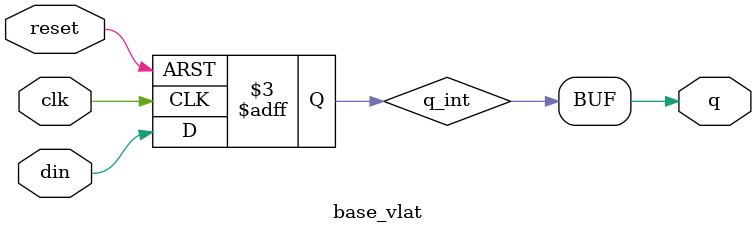
<source format=v>
module base_vlat (clk, reset, din, q);
   parameter width=1;
   parameter [width-1:0] rstv = 0;
   input clk;
   input reset;
   input [width-1:0] din;
   output [width-1:0] q;
   reg [width-1:0]    q_int;

   initial q_int = rstv;

   always@(posedge clk or posedge reset)
     if (reset) q_int <= rstv;
     else q_int <= din;
   assign q = q_int;
   
endmodule // base_vlat


   
  

</source>
